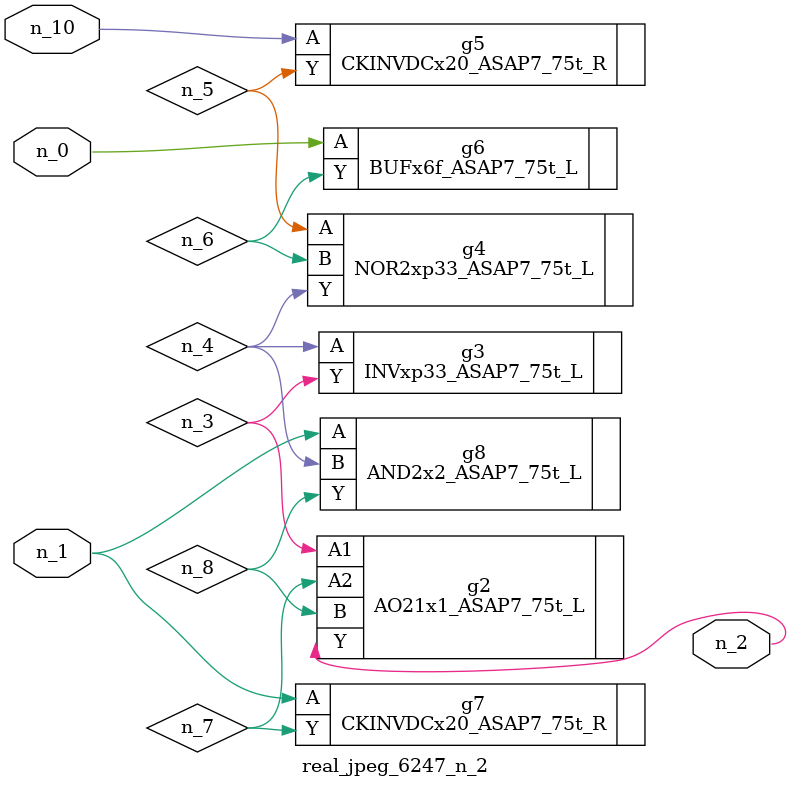
<source format=v>
module real_jpeg_6247_n_2 (n_1, n_10, n_0, n_2);

input n_1;
input n_10;
input n_0;

output n_2;

wire n_5;
wire n_4;
wire n_8;
wire n_6;
wire n_7;
wire n_3;

BUFx6f_ASAP7_75t_L g6 ( 
.A(n_0),
.Y(n_6)
);

CKINVDCx20_ASAP7_75t_R g7 ( 
.A(n_1),
.Y(n_7)
);

AND2x2_ASAP7_75t_L g8 ( 
.A(n_1),
.B(n_4),
.Y(n_8)
);

AO21x1_ASAP7_75t_L g2 ( 
.A1(n_3),
.A2(n_7),
.B(n_8),
.Y(n_2)
);

INVxp33_ASAP7_75t_L g3 ( 
.A(n_4),
.Y(n_3)
);

NOR2xp33_ASAP7_75t_L g4 ( 
.A(n_5),
.B(n_6),
.Y(n_4)
);

CKINVDCx20_ASAP7_75t_R g5 ( 
.A(n_10),
.Y(n_5)
);


endmodule
</source>
